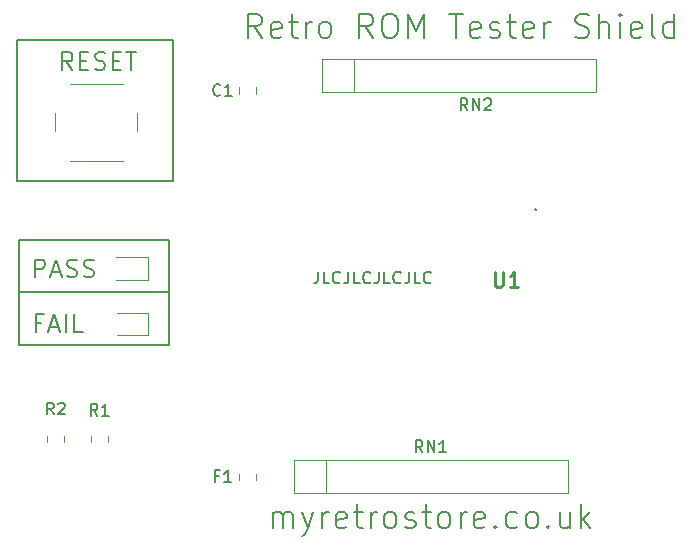
<source format=gbr>
G04 #@! TF.GenerationSoftware,KiCad,Pcbnew,7.0.8-7.0.8~ubuntu23.04.1*
G04 #@! TF.CreationDate,2023-10-29T22:49:27+00:00*
G04 #@! TF.ProjectId,2332 ROM Tester,32333332-2052-44f4-9d20-546573746572,1.0*
G04 #@! TF.SameCoordinates,Original*
G04 #@! TF.FileFunction,Legend,Top*
G04 #@! TF.FilePolarity,Positive*
%FSLAX46Y46*%
G04 Gerber Fmt 4.6, Leading zero omitted, Abs format (unit mm)*
G04 Created by KiCad (PCBNEW 7.0.8-7.0.8~ubuntu23.04.1) date 2023-10-29 22:49:27*
%MOMM*%
%LPD*%
G01*
G04 APERTURE LIST*
%ADD10C,0.150000*%
%ADD11C,0.187500*%
%ADD12C,0.254000*%
%ADD13C,0.120000*%
G04 APERTURE END LIST*
D10*
X93421200Y-69850000D02*
X93421200Y-78740000D01*
X80721200Y-74295000D02*
X93421200Y-74295000D01*
X80578800Y-52958800D02*
X93786800Y-52958800D01*
X93786800Y-52958800D02*
X93786800Y-64896800D01*
X93786800Y-64896800D02*
X80578800Y-64896800D01*
X80578800Y-64896800D02*
X80578800Y-52958800D01*
X93421200Y-78740000D02*
X80721200Y-78740000D01*
X80721200Y-69850000D02*
X93421200Y-69850000D01*
X80721200Y-78740000D02*
X80721200Y-69850000D01*
D11*
X85234440Y-55445478D02*
X84734440Y-54731192D01*
X84377297Y-55445478D02*
X84377297Y-53945478D01*
X84377297Y-53945478D02*
X84948726Y-53945478D01*
X84948726Y-53945478D02*
X85091583Y-54016907D01*
X85091583Y-54016907D02*
X85163012Y-54088335D01*
X85163012Y-54088335D02*
X85234440Y-54231192D01*
X85234440Y-54231192D02*
X85234440Y-54445478D01*
X85234440Y-54445478D02*
X85163012Y-54588335D01*
X85163012Y-54588335D02*
X85091583Y-54659764D01*
X85091583Y-54659764D02*
X84948726Y-54731192D01*
X84948726Y-54731192D02*
X84377297Y-54731192D01*
X85877297Y-54659764D02*
X86377297Y-54659764D01*
X86591583Y-55445478D02*
X85877297Y-55445478D01*
X85877297Y-55445478D02*
X85877297Y-53945478D01*
X85877297Y-53945478D02*
X86591583Y-53945478D01*
X87163012Y-55374050D02*
X87377298Y-55445478D01*
X87377298Y-55445478D02*
X87734440Y-55445478D01*
X87734440Y-55445478D02*
X87877298Y-55374050D01*
X87877298Y-55374050D02*
X87948726Y-55302621D01*
X87948726Y-55302621D02*
X88020155Y-55159764D01*
X88020155Y-55159764D02*
X88020155Y-55016907D01*
X88020155Y-55016907D02*
X87948726Y-54874050D01*
X87948726Y-54874050D02*
X87877298Y-54802621D01*
X87877298Y-54802621D02*
X87734440Y-54731192D01*
X87734440Y-54731192D02*
X87448726Y-54659764D01*
X87448726Y-54659764D02*
X87305869Y-54588335D01*
X87305869Y-54588335D02*
X87234440Y-54516907D01*
X87234440Y-54516907D02*
X87163012Y-54374050D01*
X87163012Y-54374050D02*
X87163012Y-54231192D01*
X87163012Y-54231192D02*
X87234440Y-54088335D01*
X87234440Y-54088335D02*
X87305869Y-54016907D01*
X87305869Y-54016907D02*
X87448726Y-53945478D01*
X87448726Y-53945478D02*
X87805869Y-53945478D01*
X87805869Y-53945478D02*
X88020155Y-54016907D01*
X88663011Y-54659764D02*
X89163011Y-54659764D01*
X89377297Y-55445478D02*
X88663011Y-55445478D01*
X88663011Y-55445478D02*
X88663011Y-53945478D01*
X88663011Y-53945478D02*
X89377297Y-53945478D01*
X89805869Y-53945478D02*
X90663012Y-53945478D01*
X90234440Y-55445478D02*
X90234440Y-53945478D01*
X101259602Y-52729888D02*
X100592935Y-51777507D01*
X100116745Y-52729888D02*
X100116745Y-50729888D01*
X100116745Y-50729888D02*
X100878650Y-50729888D01*
X100878650Y-50729888D02*
X101069126Y-50825126D01*
X101069126Y-50825126D02*
X101164364Y-50920364D01*
X101164364Y-50920364D02*
X101259602Y-51110840D01*
X101259602Y-51110840D02*
X101259602Y-51396554D01*
X101259602Y-51396554D02*
X101164364Y-51587030D01*
X101164364Y-51587030D02*
X101069126Y-51682269D01*
X101069126Y-51682269D02*
X100878650Y-51777507D01*
X100878650Y-51777507D02*
X100116745Y-51777507D01*
X102878650Y-52634650D02*
X102688174Y-52729888D01*
X102688174Y-52729888D02*
X102307221Y-52729888D01*
X102307221Y-52729888D02*
X102116745Y-52634650D01*
X102116745Y-52634650D02*
X102021507Y-52444173D01*
X102021507Y-52444173D02*
X102021507Y-51682269D01*
X102021507Y-51682269D02*
X102116745Y-51491792D01*
X102116745Y-51491792D02*
X102307221Y-51396554D01*
X102307221Y-51396554D02*
X102688174Y-51396554D01*
X102688174Y-51396554D02*
X102878650Y-51491792D01*
X102878650Y-51491792D02*
X102973888Y-51682269D01*
X102973888Y-51682269D02*
X102973888Y-51872745D01*
X102973888Y-51872745D02*
X102021507Y-52063221D01*
X103545317Y-51396554D02*
X104307221Y-51396554D01*
X103831031Y-50729888D02*
X103831031Y-52444173D01*
X103831031Y-52444173D02*
X103926269Y-52634650D01*
X103926269Y-52634650D02*
X104116745Y-52729888D01*
X104116745Y-52729888D02*
X104307221Y-52729888D01*
X104973888Y-52729888D02*
X104973888Y-51396554D01*
X104973888Y-51777507D02*
X105069126Y-51587030D01*
X105069126Y-51587030D02*
X105164364Y-51491792D01*
X105164364Y-51491792D02*
X105354840Y-51396554D01*
X105354840Y-51396554D02*
X105545317Y-51396554D01*
X106497697Y-52729888D02*
X106307221Y-52634650D01*
X106307221Y-52634650D02*
X106211983Y-52539411D01*
X106211983Y-52539411D02*
X106116745Y-52348935D01*
X106116745Y-52348935D02*
X106116745Y-51777507D01*
X106116745Y-51777507D02*
X106211983Y-51587030D01*
X106211983Y-51587030D02*
X106307221Y-51491792D01*
X106307221Y-51491792D02*
X106497697Y-51396554D01*
X106497697Y-51396554D02*
X106783412Y-51396554D01*
X106783412Y-51396554D02*
X106973888Y-51491792D01*
X106973888Y-51491792D02*
X107069126Y-51587030D01*
X107069126Y-51587030D02*
X107164364Y-51777507D01*
X107164364Y-51777507D02*
X107164364Y-52348935D01*
X107164364Y-52348935D02*
X107069126Y-52539411D01*
X107069126Y-52539411D02*
X106973888Y-52634650D01*
X106973888Y-52634650D02*
X106783412Y-52729888D01*
X106783412Y-52729888D02*
X106497697Y-52729888D01*
X110688174Y-52729888D02*
X110021507Y-51777507D01*
X109545317Y-52729888D02*
X109545317Y-50729888D01*
X109545317Y-50729888D02*
X110307222Y-50729888D01*
X110307222Y-50729888D02*
X110497698Y-50825126D01*
X110497698Y-50825126D02*
X110592936Y-50920364D01*
X110592936Y-50920364D02*
X110688174Y-51110840D01*
X110688174Y-51110840D02*
X110688174Y-51396554D01*
X110688174Y-51396554D02*
X110592936Y-51587030D01*
X110592936Y-51587030D02*
X110497698Y-51682269D01*
X110497698Y-51682269D02*
X110307222Y-51777507D01*
X110307222Y-51777507D02*
X109545317Y-51777507D01*
X111926269Y-50729888D02*
X112307222Y-50729888D01*
X112307222Y-50729888D02*
X112497698Y-50825126D01*
X112497698Y-50825126D02*
X112688174Y-51015602D01*
X112688174Y-51015602D02*
X112783412Y-51396554D01*
X112783412Y-51396554D02*
X112783412Y-52063221D01*
X112783412Y-52063221D02*
X112688174Y-52444173D01*
X112688174Y-52444173D02*
X112497698Y-52634650D01*
X112497698Y-52634650D02*
X112307222Y-52729888D01*
X112307222Y-52729888D02*
X111926269Y-52729888D01*
X111926269Y-52729888D02*
X111735793Y-52634650D01*
X111735793Y-52634650D02*
X111545317Y-52444173D01*
X111545317Y-52444173D02*
X111450079Y-52063221D01*
X111450079Y-52063221D02*
X111450079Y-51396554D01*
X111450079Y-51396554D02*
X111545317Y-51015602D01*
X111545317Y-51015602D02*
X111735793Y-50825126D01*
X111735793Y-50825126D02*
X111926269Y-50729888D01*
X113640555Y-52729888D02*
X113640555Y-50729888D01*
X113640555Y-50729888D02*
X114307222Y-52158459D01*
X114307222Y-52158459D02*
X114973888Y-50729888D01*
X114973888Y-50729888D02*
X114973888Y-52729888D01*
X117164365Y-50729888D02*
X118307222Y-50729888D01*
X117735793Y-52729888D02*
X117735793Y-50729888D01*
X119735794Y-52634650D02*
X119545318Y-52729888D01*
X119545318Y-52729888D02*
X119164365Y-52729888D01*
X119164365Y-52729888D02*
X118973889Y-52634650D01*
X118973889Y-52634650D02*
X118878651Y-52444173D01*
X118878651Y-52444173D02*
X118878651Y-51682269D01*
X118878651Y-51682269D02*
X118973889Y-51491792D01*
X118973889Y-51491792D02*
X119164365Y-51396554D01*
X119164365Y-51396554D02*
X119545318Y-51396554D01*
X119545318Y-51396554D02*
X119735794Y-51491792D01*
X119735794Y-51491792D02*
X119831032Y-51682269D01*
X119831032Y-51682269D02*
X119831032Y-51872745D01*
X119831032Y-51872745D02*
X118878651Y-52063221D01*
X120592937Y-52634650D02*
X120783413Y-52729888D01*
X120783413Y-52729888D02*
X121164365Y-52729888D01*
X121164365Y-52729888D02*
X121354842Y-52634650D01*
X121354842Y-52634650D02*
X121450080Y-52444173D01*
X121450080Y-52444173D02*
X121450080Y-52348935D01*
X121450080Y-52348935D02*
X121354842Y-52158459D01*
X121354842Y-52158459D02*
X121164365Y-52063221D01*
X121164365Y-52063221D02*
X120878651Y-52063221D01*
X120878651Y-52063221D02*
X120688175Y-51967983D01*
X120688175Y-51967983D02*
X120592937Y-51777507D01*
X120592937Y-51777507D02*
X120592937Y-51682269D01*
X120592937Y-51682269D02*
X120688175Y-51491792D01*
X120688175Y-51491792D02*
X120878651Y-51396554D01*
X120878651Y-51396554D02*
X121164365Y-51396554D01*
X121164365Y-51396554D02*
X121354842Y-51491792D01*
X122021509Y-51396554D02*
X122783413Y-51396554D01*
X122307223Y-50729888D02*
X122307223Y-52444173D01*
X122307223Y-52444173D02*
X122402461Y-52634650D01*
X122402461Y-52634650D02*
X122592937Y-52729888D01*
X122592937Y-52729888D02*
X122783413Y-52729888D01*
X124211985Y-52634650D02*
X124021509Y-52729888D01*
X124021509Y-52729888D02*
X123640556Y-52729888D01*
X123640556Y-52729888D02*
X123450080Y-52634650D01*
X123450080Y-52634650D02*
X123354842Y-52444173D01*
X123354842Y-52444173D02*
X123354842Y-51682269D01*
X123354842Y-51682269D02*
X123450080Y-51491792D01*
X123450080Y-51491792D02*
X123640556Y-51396554D01*
X123640556Y-51396554D02*
X124021509Y-51396554D01*
X124021509Y-51396554D02*
X124211985Y-51491792D01*
X124211985Y-51491792D02*
X124307223Y-51682269D01*
X124307223Y-51682269D02*
X124307223Y-51872745D01*
X124307223Y-51872745D02*
X123354842Y-52063221D01*
X125164366Y-52729888D02*
X125164366Y-51396554D01*
X125164366Y-51777507D02*
X125259604Y-51587030D01*
X125259604Y-51587030D02*
X125354842Y-51491792D01*
X125354842Y-51491792D02*
X125545318Y-51396554D01*
X125545318Y-51396554D02*
X125735795Y-51396554D01*
X127831033Y-52634650D02*
X128116747Y-52729888D01*
X128116747Y-52729888D02*
X128592938Y-52729888D01*
X128592938Y-52729888D02*
X128783414Y-52634650D01*
X128783414Y-52634650D02*
X128878652Y-52539411D01*
X128878652Y-52539411D02*
X128973890Y-52348935D01*
X128973890Y-52348935D02*
X128973890Y-52158459D01*
X128973890Y-52158459D02*
X128878652Y-51967983D01*
X128878652Y-51967983D02*
X128783414Y-51872745D01*
X128783414Y-51872745D02*
X128592938Y-51777507D01*
X128592938Y-51777507D02*
X128211985Y-51682269D01*
X128211985Y-51682269D02*
X128021509Y-51587030D01*
X128021509Y-51587030D02*
X127926271Y-51491792D01*
X127926271Y-51491792D02*
X127831033Y-51301316D01*
X127831033Y-51301316D02*
X127831033Y-51110840D01*
X127831033Y-51110840D02*
X127926271Y-50920364D01*
X127926271Y-50920364D02*
X128021509Y-50825126D01*
X128021509Y-50825126D02*
X128211985Y-50729888D01*
X128211985Y-50729888D02*
X128688176Y-50729888D01*
X128688176Y-50729888D02*
X128973890Y-50825126D01*
X129831033Y-52729888D02*
X129831033Y-50729888D01*
X130688176Y-52729888D02*
X130688176Y-51682269D01*
X130688176Y-51682269D02*
X130592938Y-51491792D01*
X130592938Y-51491792D02*
X130402462Y-51396554D01*
X130402462Y-51396554D02*
X130116747Y-51396554D01*
X130116747Y-51396554D02*
X129926271Y-51491792D01*
X129926271Y-51491792D02*
X129831033Y-51587030D01*
X131640557Y-52729888D02*
X131640557Y-51396554D01*
X131640557Y-50729888D02*
X131545319Y-50825126D01*
X131545319Y-50825126D02*
X131640557Y-50920364D01*
X131640557Y-50920364D02*
X131735795Y-50825126D01*
X131735795Y-50825126D02*
X131640557Y-50729888D01*
X131640557Y-50729888D02*
X131640557Y-50920364D01*
X133354843Y-52634650D02*
X133164367Y-52729888D01*
X133164367Y-52729888D02*
X132783414Y-52729888D01*
X132783414Y-52729888D02*
X132592938Y-52634650D01*
X132592938Y-52634650D02*
X132497700Y-52444173D01*
X132497700Y-52444173D02*
X132497700Y-51682269D01*
X132497700Y-51682269D02*
X132592938Y-51491792D01*
X132592938Y-51491792D02*
X132783414Y-51396554D01*
X132783414Y-51396554D02*
X133164367Y-51396554D01*
X133164367Y-51396554D02*
X133354843Y-51491792D01*
X133354843Y-51491792D02*
X133450081Y-51682269D01*
X133450081Y-51682269D02*
X133450081Y-51872745D01*
X133450081Y-51872745D02*
X132497700Y-52063221D01*
X134592938Y-52729888D02*
X134402462Y-52634650D01*
X134402462Y-52634650D02*
X134307224Y-52444173D01*
X134307224Y-52444173D02*
X134307224Y-50729888D01*
X136211986Y-52729888D02*
X136211986Y-50729888D01*
X136211986Y-52634650D02*
X136021510Y-52729888D01*
X136021510Y-52729888D02*
X135640557Y-52729888D01*
X135640557Y-52729888D02*
X135450081Y-52634650D01*
X135450081Y-52634650D02*
X135354843Y-52539411D01*
X135354843Y-52539411D02*
X135259605Y-52348935D01*
X135259605Y-52348935D02*
X135259605Y-51777507D01*
X135259605Y-51777507D02*
X135354843Y-51587030D01*
X135354843Y-51587030D02*
X135450081Y-51491792D01*
X135450081Y-51491792D02*
X135640557Y-51396554D01*
X135640557Y-51396554D02*
X136021510Y-51396554D01*
X136021510Y-51396554D02*
X136211986Y-51491792D01*
X82616097Y-76846564D02*
X82116097Y-76846564D01*
X82116097Y-77632278D02*
X82116097Y-76132278D01*
X82116097Y-76132278D02*
X82830383Y-76132278D01*
X83330383Y-77203707D02*
X84044669Y-77203707D01*
X83187526Y-77632278D02*
X83687526Y-76132278D01*
X83687526Y-76132278D02*
X84187526Y-77632278D01*
X84687525Y-77632278D02*
X84687525Y-76132278D01*
X86116097Y-77632278D02*
X85401811Y-77632278D01*
X85401811Y-77632278D02*
X85401811Y-76132278D01*
D10*
X106032493Y-72529819D02*
X106032493Y-73244104D01*
X106032493Y-73244104D02*
X105984874Y-73386961D01*
X105984874Y-73386961D02*
X105889636Y-73482200D01*
X105889636Y-73482200D02*
X105746779Y-73529819D01*
X105746779Y-73529819D02*
X105651541Y-73529819D01*
X106984874Y-73529819D02*
X106508684Y-73529819D01*
X106508684Y-73529819D02*
X106508684Y-72529819D01*
X107889636Y-73434580D02*
X107842017Y-73482200D01*
X107842017Y-73482200D02*
X107699160Y-73529819D01*
X107699160Y-73529819D02*
X107603922Y-73529819D01*
X107603922Y-73529819D02*
X107461065Y-73482200D01*
X107461065Y-73482200D02*
X107365827Y-73386961D01*
X107365827Y-73386961D02*
X107318208Y-73291723D01*
X107318208Y-73291723D02*
X107270589Y-73101247D01*
X107270589Y-73101247D02*
X107270589Y-72958390D01*
X107270589Y-72958390D02*
X107318208Y-72767914D01*
X107318208Y-72767914D02*
X107365827Y-72672676D01*
X107365827Y-72672676D02*
X107461065Y-72577438D01*
X107461065Y-72577438D02*
X107603922Y-72529819D01*
X107603922Y-72529819D02*
X107699160Y-72529819D01*
X107699160Y-72529819D02*
X107842017Y-72577438D01*
X107842017Y-72577438D02*
X107889636Y-72625057D01*
X108603922Y-72529819D02*
X108603922Y-73244104D01*
X108603922Y-73244104D02*
X108556303Y-73386961D01*
X108556303Y-73386961D02*
X108461065Y-73482200D01*
X108461065Y-73482200D02*
X108318208Y-73529819D01*
X108318208Y-73529819D02*
X108222970Y-73529819D01*
X109556303Y-73529819D02*
X109080113Y-73529819D01*
X109080113Y-73529819D02*
X109080113Y-72529819D01*
X110461065Y-73434580D02*
X110413446Y-73482200D01*
X110413446Y-73482200D02*
X110270589Y-73529819D01*
X110270589Y-73529819D02*
X110175351Y-73529819D01*
X110175351Y-73529819D02*
X110032494Y-73482200D01*
X110032494Y-73482200D02*
X109937256Y-73386961D01*
X109937256Y-73386961D02*
X109889637Y-73291723D01*
X109889637Y-73291723D02*
X109842018Y-73101247D01*
X109842018Y-73101247D02*
X109842018Y-72958390D01*
X109842018Y-72958390D02*
X109889637Y-72767914D01*
X109889637Y-72767914D02*
X109937256Y-72672676D01*
X109937256Y-72672676D02*
X110032494Y-72577438D01*
X110032494Y-72577438D02*
X110175351Y-72529819D01*
X110175351Y-72529819D02*
X110270589Y-72529819D01*
X110270589Y-72529819D02*
X110413446Y-72577438D01*
X110413446Y-72577438D02*
X110461065Y-72625057D01*
X111175351Y-72529819D02*
X111175351Y-73244104D01*
X111175351Y-73244104D02*
X111127732Y-73386961D01*
X111127732Y-73386961D02*
X111032494Y-73482200D01*
X111032494Y-73482200D02*
X110889637Y-73529819D01*
X110889637Y-73529819D02*
X110794399Y-73529819D01*
X112127732Y-73529819D02*
X111651542Y-73529819D01*
X111651542Y-73529819D02*
X111651542Y-72529819D01*
X113032494Y-73434580D02*
X112984875Y-73482200D01*
X112984875Y-73482200D02*
X112842018Y-73529819D01*
X112842018Y-73529819D02*
X112746780Y-73529819D01*
X112746780Y-73529819D02*
X112603923Y-73482200D01*
X112603923Y-73482200D02*
X112508685Y-73386961D01*
X112508685Y-73386961D02*
X112461066Y-73291723D01*
X112461066Y-73291723D02*
X112413447Y-73101247D01*
X112413447Y-73101247D02*
X112413447Y-72958390D01*
X112413447Y-72958390D02*
X112461066Y-72767914D01*
X112461066Y-72767914D02*
X112508685Y-72672676D01*
X112508685Y-72672676D02*
X112603923Y-72577438D01*
X112603923Y-72577438D02*
X112746780Y-72529819D01*
X112746780Y-72529819D02*
X112842018Y-72529819D01*
X112842018Y-72529819D02*
X112984875Y-72577438D01*
X112984875Y-72577438D02*
X113032494Y-72625057D01*
X113746780Y-72529819D02*
X113746780Y-73244104D01*
X113746780Y-73244104D02*
X113699161Y-73386961D01*
X113699161Y-73386961D02*
X113603923Y-73482200D01*
X113603923Y-73482200D02*
X113461066Y-73529819D01*
X113461066Y-73529819D02*
X113365828Y-73529819D01*
X114699161Y-73529819D02*
X114222971Y-73529819D01*
X114222971Y-73529819D02*
X114222971Y-72529819D01*
X115603923Y-73434580D02*
X115556304Y-73482200D01*
X115556304Y-73482200D02*
X115413447Y-73529819D01*
X115413447Y-73529819D02*
X115318209Y-73529819D01*
X115318209Y-73529819D02*
X115175352Y-73482200D01*
X115175352Y-73482200D02*
X115080114Y-73386961D01*
X115080114Y-73386961D02*
X115032495Y-73291723D01*
X115032495Y-73291723D02*
X114984876Y-73101247D01*
X114984876Y-73101247D02*
X114984876Y-72958390D01*
X114984876Y-72958390D02*
X115032495Y-72767914D01*
X115032495Y-72767914D02*
X115080114Y-72672676D01*
X115080114Y-72672676D02*
X115175352Y-72577438D01*
X115175352Y-72577438D02*
X115318209Y-72529819D01*
X115318209Y-72529819D02*
X115413447Y-72529819D01*
X115413447Y-72529819D02*
X115556304Y-72577438D01*
X115556304Y-72577438D02*
X115603923Y-72625057D01*
D11*
X102199545Y-94233488D02*
X102199545Y-92900154D01*
X102199545Y-93090630D02*
X102294783Y-92995392D01*
X102294783Y-92995392D02*
X102485259Y-92900154D01*
X102485259Y-92900154D02*
X102770974Y-92900154D01*
X102770974Y-92900154D02*
X102961450Y-92995392D01*
X102961450Y-92995392D02*
X103056688Y-93185869D01*
X103056688Y-93185869D02*
X103056688Y-94233488D01*
X103056688Y-93185869D02*
X103151926Y-92995392D01*
X103151926Y-92995392D02*
X103342402Y-92900154D01*
X103342402Y-92900154D02*
X103628116Y-92900154D01*
X103628116Y-92900154D02*
X103818593Y-92995392D01*
X103818593Y-92995392D02*
X103913831Y-93185869D01*
X103913831Y-93185869D02*
X103913831Y-94233488D01*
X104675736Y-92900154D02*
X105151926Y-94233488D01*
X105628117Y-92900154D02*
X105151926Y-94233488D01*
X105151926Y-94233488D02*
X104961450Y-94709678D01*
X104961450Y-94709678D02*
X104866212Y-94804916D01*
X104866212Y-94804916D02*
X104675736Y-94900154D01*
X106390022Y-94233488D02*
X106390022Y-92900154D01*
X106390022Y-93281107D02*
X106485260Y-93090630D01*
X106485260Y-93090630D02*
X106580498Y-92995392D01*
X106580498Y-92995392D02*
X106770974Y-92900154D01*
X106770974Y-92900154D02*
X106961451Y-92900154D01*
X108390022Y-94138250D02*
X108199546Y-94233488D01*
X108199546Y-94233488D02*
X107818593Y-94233488D01*
X107818593Y-94233488D02*
X107628117Y-94138250D01*
X107628117Y-94138250D02*
X107532879Y-93947773D01*
X107532879Y-93947773D02*
X107532879Y-93185869D01*
X107532879Y-93185869D02*
X107628117Y-92995392D01*
X107628117Y-92995392D02*
X107818593Y-92900154D01*
X107818593Y-92900154D02*
X108199546Y-92900154D01*
X108199546Y-92900154D02*
X108390022Y-92995392D01*
X108390022Y-92995392D02*
X108485260Y-93185869D01*
X108485260Y-93185869D02*
X108485260Y-93376345D01*
X108485260Y-93376345D02*
X107532879Y-93566821D01*
X109056689Y-92900154D02*
X109818593Y-92900154D01*
X109342403Y-92233488D02*
X109342403Y-93947773D01*
X109342403Y-93947773D02*
X109437641Y-94138250D01*
X109437641Y-94138250D02*
X109628117Y-94233488D01*
X109628117Y-94233488D02*
X109818593Y-94233488D01*
X110485260Y-94233488D02*
X110485260Y-92900154D01*
X110485260Y-93281107D02*
X110580498Y-93090630D01*
X110580498Y-93090630D02*
X110675736Y-92995392D01*
X110675736Y-92995392D02*
X110866212Y-92900154D01*
X110866212Y-92900154D02*
X111056689Y-92900154D01*
X112009069Y-94233488D02*
X111818593Y-94138250D01*
X111818593Y-94138250D02*
X111723355Y-94043011D01*
X111723355Y-94043011D02*
X111628117Y-93852535D01*
X111628117Y-93852535D02*
X111628117Y-93281107D01*
X111628117Y-93281107D02*
X111723355Y-93090630D01*
X111723355Y-93090630D02*
X111818593Y-92995392D01*
X111818593Y-92995392D02*
X112009069Y-92900154D01*
X112009069Y-92900154D02*
X112294784Y-92900154D01*
X112294784Y-92900154D02*
X112485260Y-92995392D01*
X112485260Y-92995392D02*
X112580498Y-93090630D01*
X112580498Y-93090630D02*
X112675736Y-93281107D01*
X112675736Y-93281107D02*
X112675736Y-93852535D01*
X112675736Y-93852535D02*
X112580498Y-94043011D01*
X112580498Y-94043011D02*
X112485260Y-94138250D01*
X112485260Y-94138250D02*
X112294784Y-94233488D01*
X112294784Y-94233488D02*
X112009069Y-94233488D01*
X113437641Y-94138250D02*
X113628117Y-94233488D01*
X113628117Y-94233488D02*
X114009069Y-94233488D01*
X114009069Y-94233488D02*
X114199546Y-94138250D01*
X114199546Y-94138250D02*
X114294784Y-93947773D01*
X114294784Y-93947773D02*
X114294784Y-93852535D01*
X114294784Y-93852535D02*
X114199546Y-93662059D01*
X114199546Y-93662059D02*
X114009069Y-93566821D01*
X114009069Y-93566821D02*
X113723355Y-93566821D01*
X113723355Y-93566821D02*
X113532879Y-93471583D01*
X113532879Y-93471583D02*
X113437641Y-93281107D01*
X113437641Y-93281107D02*
X113437641Y-93185869D01*
X113437641Y-93185869D02*
X113532879Y-92995392D01*
X113532879Y-92995392D02*
X113723355Y-92900154D01*
X113723355Y-92900154D02*
X114009069Y-92900154D01*
X114009069Y-92900154D02*
X114199546Y-92995392D01*
X114866213Y-92900154D02*
X115628117Y-92900154D01*
X115151927Y-92233488D02*
X115151927Y-93947773D01*
X115151927Y-93947773D02*
X115247165Y-94138250D01*
X115247165Y-94138250D02*
X115437641Y-94233488D01*
X115437641Y-94233488D02*
X115628117Y-94233488D01*
X116580498Y-94233488D02*
X116390022Y-94138250D01*
X116390022Y-94138250D02*
X116294784Y-94043011D01*
X116294784Y-94043011D02*
X116199546Y-93852535D01*
X116199546Y-93852535D02*
X116199546Y-93281107D01*
X116199546Y-93281107D02*
X116294784Y-93090630D01*
X116294784Y-93090630D02*
X116390022Y-92995392D01*
X116390022Y-92995392D02*
X116580498Y-92900154D01*
X116580498Y-92900154D02*
X116866213Y-92900154D01*
X116866213Y-92900154D02*
X117056689Y-92995392D01*
X117056689Y-92995392D02*
X117151927Y-93090630D01*
X117151927Y-93090630D02*
X117247165Y-93281107D01*
X117247165Y-93281107D02*
X117247165Y-93852535D01*
X117247165Y-93852535D02*
X117151927Y-94043011D01*
X117151927Y-94043011D02*
X117056689Y-94138250D01*
X117056689Y-94138250D02*
X116866213Y-94233488D01*
X116866213Y-94233488D02*
X116580498Y-94233488D01*
X118104308Y-94233488D02*
X118104308Y-92900154D01*
X118104308Y-93281107D02*
X118199546Y-93090630D01*
X118199546Y-93090630D02*
X118294784Y-92995392D01*
X118294784Y-92995392D02*
X118485260Y-92900154D01*
X118485260Y-92900154D02*
X118675737Y-92900154D01*
X120104308Y-94138250D02*
X119913832Y-94233488D01*
X119913832Y-94233488D02*
X119532879Y-94233488D01*
X119532879Y-94233488D02*
X119342403Y-94138250D01*
X119342403Y-94138250D02*
X119247165Y-93947773D01*
X119247165Y-93947773D02*
X119247165Y-93185869D01*
X119247165Y-93185869D02*
X119342403Y-92995392D01*
X119342403Y-92995392D02*
X119532879Y-92900154D01*
X119532879Y-92900154D02*
X119913832Y-92900154D01*
X119913832Y-92900154D02*
X120104308Y-92995392D01*
X120104308Y-92995392D02*
X120199546Y-93185869D01*
X120199546Y-93185869D02*
X120199546Y-93376345D01*
X120199546Y-93376345D02*
X119247165Y-93566821D01*
X121056689Y-94043011D02*
X121151927Y-94138250D01*
X121151927Y-94138250D02*
X121056689Y-94233488D01*
X121056689Y-94233488D02*
X120961451Y-94138250D01*
X120961451Y-94138250D02*
X121056689Y-94043011D01*
X121056689Y-94043011D02*
X121056689Y-94233488D01*
X122866213Y-94138250D02*
X122675737Y-94233488D01*
X122675737Y-94233488D02*
X122294784Y-94233488D01*
X122294784Y-94233488D02*
X122104308Y-94138250D01*
X122104308Y-94138250D02*
X122009070Y-94043011D01*
X122009070Y-94043011D02*
X121913832Y-93852535D01*
X121913832Y-93852535D02*
X121913832Y-93281107D01*
X121913832Y-93281107D02*
X122009070Y-93090630D01*
X122009070Y-93090630D02*
X122104308Y-92995392D01*
X122104308Y-92995392D02*
X122294784Y-92900154D01*
X122294784Y-92900154D02*
X122675737Y-92900154D01*
X122675737Y-92900154D02*
X122866213Y-92995392D01*
X124009070Y-94233488D02*
X123818594Y-94138250D01*
X123818594Y-94138250D02*
X123723356Y-94043011D01*
X123723356Y-94043011D02*
X123628118Y-93852535D01*
X123628118Y-93852535D02*
X123628118Y-93281107D01*
X123628118Y-93281107D02*
X123723356Y-93090630D01*
X123723356Y-93090630D02*
X123818594Y-92995392D01*
X123818594Y-92995392D02*
X124009070Y-92900154D01*
X124009070Y-92900154D02*
X124294785Y-92900154D01*
X124294785Y-92900154D02*
X124485261Y-92995392D01*
X124485261Y-92995392D02*
X124580499Y-93090630D01*
X124580499Y-93090630D02*
X124675737Y-93281107D01*
X124675737Y-93281107D02*
X124675737Y-93852535D01*
X124675737Y-93852535D02*
X124580499Y-94043011D01*
X124580499Y-94043011D02*
X124485261Y-94138250D01*
X124485261Y-94138250D02*
X124294785Y-94233488D01*
X124294785Y-94233488D02*
X124009070Y-94233488D01*
X125532880Y-94043011D02*
X125628118Y-94138250D01*
X125628118Y-94138250D02*
X125532880Y-94233488D01*
X125532880Y-94233488D02*
X125437642Y-94138250D01*
X125437642Y-94138250D02*
X125532880Y-94043011D01*
X125532880Y-94043011D02*
X125532880Y-94233488D01*
X127342404Y-92900154D02*
X127342404Y-94233488D01*
X126485261Y-92900154D02*
X126485261Y-93947773D01*
X126485261Y-93947773D02*
X126580499Y-94138250D01*
X126580499Y-94138250D02*
X126770975Y-94233488D01*
X126770975Y-94233488D02*
X127056690Y-94233488D01*
X127056690Y-94233488D02*
X127247166Y-94138250D01*
X127247166Y-94138250D02*
X127342404Y-94043011D01*
X128294785Y-94233488D02*
X128294785Y-92233488D01*
X128485261Y-93471583D02*
X129056690Y-94233488D01*
X129056690Y-92900154D02*
X128294785Y-93662059D01*
X82065297Y-73009478D02*
X82065297Y-71509478D01*
X82065297Y-71509478D02*
X82636726Y-71509478D01*
X82636726Y-71509478D02*
X82779583Y-71580907D01*
X82779583Y-71580907D02*
X82851012Y-71652335D01*
X82851012Y-71652335D02*
X82922440Y-71795192D01*
X82922440Y-71795192D02*
X82922440Y-72009478D01*
X82922440Y-72009478D02*
X82851012Y-72152335D01*
X82851012Y-72152335D02*
X82779583Y-72223764D01*
X82779583Y-72223764D02*
X82636726Y-72295192D01*
X82636726Y-72295192D02*
X82065297Y-72295192D01*
X83493869Y-72580907D02*
X84208155Y-72580907D01*
X83351012Y-73009478D02*
X83851012Y-71509478D01*
X83851012Y-71509478D02*
X84351012Y-73009478D01*
X84779583Y-72938050D02*
X84993869Y-73009478D01*
X84993869Y-73009478D02*
X85351011Y-73009478D01*
X85351011Y-73009478D02*
X85493869Y-72938050D01*
X85493869Y-72938050D02*
X85565297Y-72866621D01*
X85565297Y-72866621D02*
X85636726Y-72723764D01*
X85636726Y-72723764D02*
X85636726Y-72580907D01*
X85636726Y-72580907D02*
X85565297Y-72438050D01*
X85565297Y-72438050D02*
X85493869Y-72366621D01*
X85493869Y-72366621D02*
X85351011Y-72295192D01*
X85351011Y-72295192D02*
X85065297Y-72223764D01*
X85065297Y-72223764D02*
X84922440Y-72152335D01*
X84922440Y-72152335D02*
X84851011Y-72080907D01*
X84851011Y-72080907D02*
X84779583Y-71938050D01*
X84779583Y-71938050D02*
X84779583Y-71795192D01*
X84779583Y-71795192D02*
X84851011Y-71652335D01*
X84851011Y-71652335D02*
X84922440Y-71580907D01*
X84922440Y-71580907D02*
X85065297Y-71509478D01*
X85065297Y-71509478D02*
X85422440Y-71509478D01*
X85422440Y-71509478D02*
X85636726Y-71580907D01*
X86208154Y-72938050D02*
X86422440Y-73009478D01*
X86422440Y-73009478D02*
X86779582Y-73009478D01*
X86779582Y-73009478D02*
X86922440Y-72938050D01*
X86922440Y-72938050D02*
X86993868Y-72866621D01*
X86993868Y-72866621D02*
X87065297Y-72723764D01*
X87065297Y-72723764D02*
X87065297Y-72580907D01*
X87065297Y-72580907D02*
X86993868Y-72438050D01*
X86993868Y-72438050D02*
X86922440Y-72366621D01*
X86922440Y-72366621D02*
X86779582Y-72295192D01*
X86779582Y-72295192D02*
X86493868Y-72223764D01*
X86493868Y-72223764D02*
X86351011Y-72152335D01*
X86351011Y-72152335D02*
X86279582Y-72080907D01*
X86279582Y-72080907D02*
X86208154Y-71938050D01*
X86208154Y-71938050D02*
X86208154Y-71795192D01*
X86208154Y-71795192D02*
X86279582Y-71652335D01*
X86279582Y-71652335D02*
X86351011Y-71580907D01*
X86351011Y-71580907D02*
X86493868Y-71509478D01*
X86493868Y-71509478D02*
X86851011Y-71509478D01*
X86851011Y-71509478D02*
X87065297Y-71580907D01*
D10*
X124464000Y-67225580D02*
X124511619Y-67273200D01*
X124511619Y-67273200D02*
X124464000Y-67320819D01*
X124464000Y-67320819D02*
X124416381Y-67273200D01*
X124416381Y-67273200D02*
X124464000Y-67225580D01*
X124464000Y-67225580D02*
X124464000Y-67320819D01*
D12*
X120982380Y-72574318D02*
X120982380Y-73602413D01*
X120982380Y-73602413D02*
X121042857Y-73723365D01*
X121042857Y-73723365D02*
X121103333Y-73783842D01*
X121103333Y-73783842D02*
X121224285Y-73844318D01*
X121224285Y-73844318D02*
X121466190Y-73844318D01*
X121466190Y-73844318D02*
X121587142Y-73783842D01*
X121587142Y-73783842D02*
X121647619Y-73723365D01*
X121647619Y-73723365D02*
X121708095Y-73602413D01*
X121708095Y-73602413D02*
X121708095Y-72574318D01*
X122978095Y-73844318D02*
X122252380Y-73844318D01*
X122615237Y-73844318D02*
X122615237Y-72574318D01*
X122615237Y-72574318D02*
X122494285Y-72755746D01*
X122494285Y-72755746D02*
X122373333Y-72876699D01*
X122373333Y-72876699D02*
X122252380Y-72937175D01*
D10*
X97609066Y-89847009D02*
X97275733Y-89847009D01*
X97275733Y-90370819D02*
X97275733Y-89370819D01*
X97275733Y-89370819D02*
X97751923Y-89370819D01*
X98656685Y-90370819D02*
X98085257Y-90370819D01*
X98370971Y-90370819D02*
X98370971Y-89370819D01*
X98370971Y-89370819D02*
X98275733Y-89513676D01*
X98275733Y-89513676D02*
X98180495Y-89608914D01*
X98180495Y-89608914D02*
X98085257Y-89656533D01*
X83653333Y-84630419D02*
X83320000Y-84154228D01*
X83081905Y-84630419D02*
X83081905Y-83630419D01*
X83081905Y-83630419D02*
X83462857Y-83630419D01*
X83462857Y-83630419D02*
X83558095Y-83678038D01*
X83558095Y-83678038D02*
X83605714Y-83725657D01*
X83605714Y-83725657D02*
X83653333Y-83820895D01*
X83653333Y-83820895D02*
X83653333Y-83963752D01*
X83653333Y-83963752D02*
X83605714Y-84058990D01*
X83605714Y-84058990D02*
X83558095Y-84106609D01*
X83558095Y-84106609D02*
X83462857Y-84154228D01*
X83462857Y-84154228D02*
X83081905Y-84154228D01*
X84034286Y-83725657D02*
X84081905Y-83678038D01*
X84081905Y-83678038D02*
X84177143Y-83630419D01*
X84177143Y-83630419D02*
X84415238Y-83630419D01*
X84415238Y-83630419D02*
X84510476Y-83678038D01*
X84510476Y-83678038D02*
X84558095Y-83725657D01*
X84558095Y-83725657D02*
X84605714Y-83820895D01*
X84605714Y-83820895D02*
X84605714Y-83916133D01*
X84605714Y-83916133D02*
X84558095Y-84058990D01*
X84558095Y-84058990D02*
X83986667Y-84630419D01*
X83986667Y-84630419D02*
X84605714Y-84630419D01*
X87361733Y-84732019D02*
X87028400Y-84255828D01*
X86790305Y-84732019D02*
X86790305Y-83732019D01*
X86790305Y-83732019D02*
X87171257Y-83732019D01*
X87171257Y-83732019D02*
X87266495Y-83779638D01*
X87266495Y-83779638D02*
X87314114Y-83827257D01*
X87314114Y-83827257D02*
X87361733Y-83922495D01*
X87361733Y-83922495D02*
X87361733Y-84065352D01*
X87361733Y-84065352D02*
X87314114Y-84160590D01*
X87314114Y-84160590D02*
X87266495Y-84208209D01*
X87266495Y-84208209D02*
X87171257Y-84255828D01*
X87171257Y-84255828D02*
X86790305Y-84255828D01*
X88314114Y-84732019D02*
X87742686Y-84732019D01*
X88028400Y-84732019D02*
X88028400Y-83732019D01*
X88028400Y-83732019D02*
X87933162Y-83874876D01*
X87933162Y-83874876D02*
X87837924Y-83970114D01*
X87837924Y-83970114D02*
X87742686Y-84017733D01*
X118689523Y-58874819D02*
X118356190Y-58398628D01*
X118118095Y-58874819D02*
X118118095Y-57874819D01*
X118118095Y-57874819D02*
X118499047Y-57874819D01*
X118499047Y-57874819D02*
X118594285Y-57922438D01*
X118594285Y-57922438D02*
X118641904Y-57970057D01*
X118641904Y-57970057D02*
X118689523Y-58065295D01*
X118689523Y-58065295D02*
X118689523Y-58208152D01*
X118689523Y-58208152D02*
X118641904Y-58303390D01*
X118641904Y-58303390D02*
X118594285Y-58351009D01*
X118594285Y-58351009D02*
X118499047Y-58398628D01*
X118499047Y-58398628D02*
X118118095Y-58398628D01*
X119118095Y-58874819D02*
X119118095Y-57874819D01*
X119118095Y-57874819D02*
X119689523Y-58874819D01*
X119689523Y-58874819D02*
X119689523Y-57874819D01*
X120118095Y-57970057D02*
X120165714Y-57922438D01*
X120165714Y-57922438D02*
X120260952Y-57874819D01*
X120260952Y-57874819D02*
X120499047Y-57874819D01*
X120499047Y-57874819D02*
X120594285Y-57922438D01*
X120594285Y-57922438D02*
X120641904Y-57970057D01*
X120641904Y-57970057D02*
X120689523Y-58065295D01*
X120689523Y-58065295D02*
X120689523Y-58160533D01*
X120689523Y-58160533D02*
X120641904Y-58303390D01*
X120641904Y-58303390D02*
X120070476Y-58874819D01*
X120070476Y-58874819D02*
X120689523Y-58874819D01*
X114879523Y-87830819D02*
X114546190Y-87354628D01*
X114308095Y-87830819D02*
X114308095Y-86830819D01*
X114308095Y-86830819D02*
X114689047Y-86830819D01*
X114689047Y-86830819D02*
X114784285Y-86878438D01*
X114784285Y-86878438D02*
X114831904Y-86926057D01*
X114831904Y-86926057D02*
X114879523Y-87021295D01*
X114879523Y-87021295D02*
X114879523Y-87164152D01*
X114879523Y-87164152D02*
X114831904Y-87259390D01*
X114831904Y-87259390D02*
X114784285Y-87307009D01*
X114784285Y-87307009D02*
X114689047Y-87354628D01*
X114689047Y-87354628D02*
X114308095Y-87354628D01*
X115308095Y-87830819D02*
X115308095Y-86830819D01*
X115308095Y-86830819D02*
X115879523Y-87830819D01*
X115879523Y-87830819D02*
X115879523Y-86830819D01*
X116879523Y-87830819D02*
X116308095Y-87830819D01*
X116593809Y-87830819D02*
X116593809Y-86830819D01*
X116593809Y-86830819D02*
X116498571Y-86973676D01*
X116498571Y-86973676D02*
X116403333Y-87068914D01*
X116403333Y-87068914D02*
X116308095Y-87116533D01*
X97775733Y-57560380D02*
X97728114Y-57608000D01*
X97728114Y-57608000D02*
X97585257Y-57655619D01*
X97585257Y-57655619D02*
X97490019Y-57655619D01*
X97490019Y-57655619D02*
X97347162Y-57608000D01*
X97347162Y-57608000D02*
X97251924Y-57512761D01*
X97251924Y-57512761D02*
X97204305Y-57417523D01*
X97204305Y-57417523D02*
X97156686Y-57227047D01*
X97156686Y-57227047D02*
X97156686Y-57084190D01*
X97156686Y-57084190D02*
X97204305Y-56893714D01*
X97204305Y-56893714D02*
X97251924Y-56798476D01*
X97251924Y-56798476D02*
X97347162Y-56703238D01*
X97347162Y-56703238D02*
X97490019Y-56655619D01*
X97490019Y-56655619D02*
X97585257Y-56655619D01*
X97585257Y-56655619D02*
X97728114Y-56703238D01*
X97728114Y-56703238D02*
X97775733Y-56750857D01*
X98728114Y-57655619D02*
X98156686Y-57655619D01*
X98442400Y-57655619D02*
X98442400Y-56655619D01*
X98442400Y-56655619D02*
X98347162Y-56798476D01*
X98347162Y-56798476D02*
X98251924Y-56893714D01*
X98251924Y-56893714D02*
X98156686Y-56941333D01*
D13*
G04 #@! TO.C,D2*
X91666200Y-77940000D02*
X91666200Y-76020000D01*
X91666200Y-76020000D02*
X88981200Y-76020000D01*
X88981200Y-77940000D02*
X91666200Y-77940000D01*
G04 #@! TO.C,SW1*
X90746800Y-60638800D02*
X90746800Y-59138800D01*
X89496800Y-56638800D02*
X84996800Y-56638800D01*
X84996800Y-63138800D02*
X89496800Y-63138800D01*
X83746800Y-59138800D02*
X83746800Y-60638800D01*
G04 #@! TO.C,D1*
X91616200Y-73240000D02*
X91616200Y-71320000D01*
X91616200Y-71320000D02*
X88931200Y-71320000D01*
X88931200Y-73240000D02*
X91616200Y-73240000D01*
G04 #@! TO.C,F1*
X100786000Y-89685822D02*
X100786000Y-90202978D01*
X99366000Y-89685822D02*
X99366000Y-90202978D01*
G04 #@! TO.C,R2*
X84555000Y-86488536D02*
X84555000Y-86942664D01*
X83085000Y-86488536D02*
X83085000Y-86942664D01*
G04 #@! TO.C,R1*
X88263400Y-86488536D02*
X88263400Y-86942664D01*
X86793400Y-86488536D02*
X86793400Y-86942664D01*
G04 #@! TO.C,RN2*
X106370000Y-54500000D02*
X106370000Y-57300000D01*
X106370000Y-57300000D02*
X129570000Y-57300000D01*
X109080000Y-54500000D02*
X109080000Y-57300000D01*
X129570000Y-54500000D02*
X106370000Y-54500000D01*
X129570000Y-57300000D02*
X129570000Y-54500000D01*
G04 #@! TO.C,RN1*
X104030000Y-88500000D02*
X104030000Y-91300000D01*
X104030000Y-91300000D02*
X127230000Y-91300000D01*
X106740000Y-88500000D02*
X106740000Y-91300000D01*
X127230000Y-88500000D02*
X104030000Y-88500000D01*
X127230000Y-91300000D02*
X127230000Y-88500000D01*
G04 #@! TO.C,C1*
X99341000Y-57462052D02*
X99341000Y-56939548D01*
X100811000Y-57462052D02*
X100811000Y-56939548D01*
G04 #@! TD*
M02*

</source>
